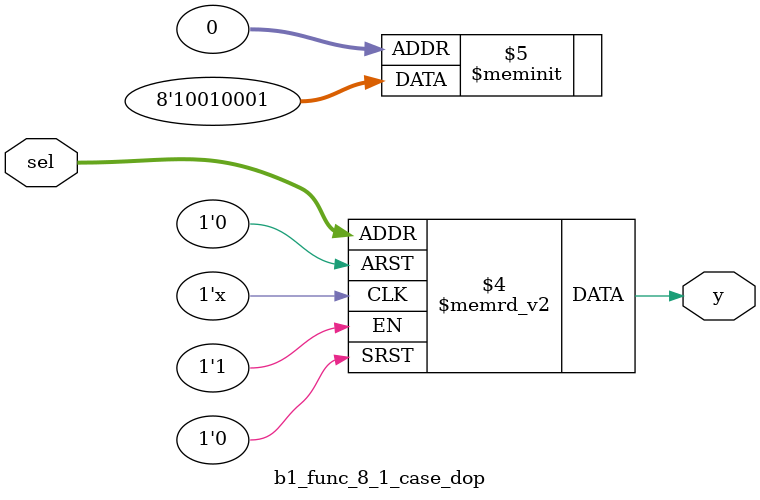
<source format=v>
module b1_func_8_1_case_dop
(
    input  [2:0] sel,
    output reg y
);

    always @(*)
        case (sel)
        3'b000: y = 1'b1;
        3'b001: y = 1'b0;
        3'b010: y = 1'b0;
        3'b011: y = 1'b0;
		  3'b100: y = 1'b1;
        3'b101: y = 1'b0;
        3'b110: y = 1'b0;
        3'b111: y = 1'b1;
        endcase

endmodule
</source>
